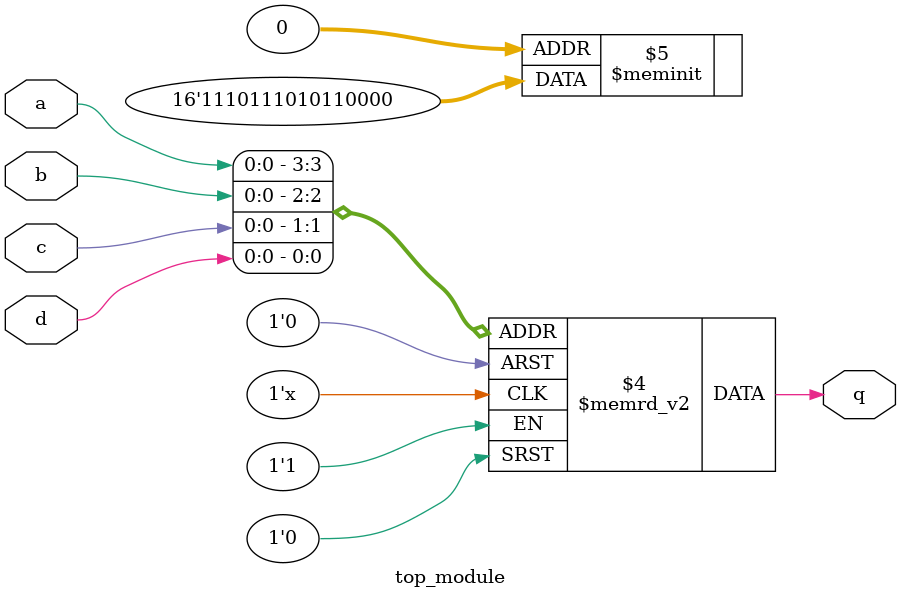
<source format=sv>
module top_module (
  input a, 
  input b, 
  input c, 
  input d,
  output reg q
);
  
  always @* begin
    case ({a, b, c, d})
      4'b0000 : q = 1'b0;
      4'b0001 : q = 1'b0;
      4'b0010 : q = 1'b0;
      4'b0011 : q = 1'b0;
      4'b0100 : q = 1'b1;
      4'b0101 : q = 1'b1;
      4'b0110 : q = 1'b0;
      4'b0111 : q = 1'b1;
      4'b1000 : q = 1'b0;
      4'b1001 : q = 1'b1;
      4'b1010 : q = 1'b1;
      4'b1011 : q = 1'b1;
      4'b1100 : q = 1'b0;
      4'b1101 : q = 1'b1;
      4'b1110 : q = 1'b1;
      4'b1111 : q = 1'b1;
    endcase
  end

endmodule

</source>
